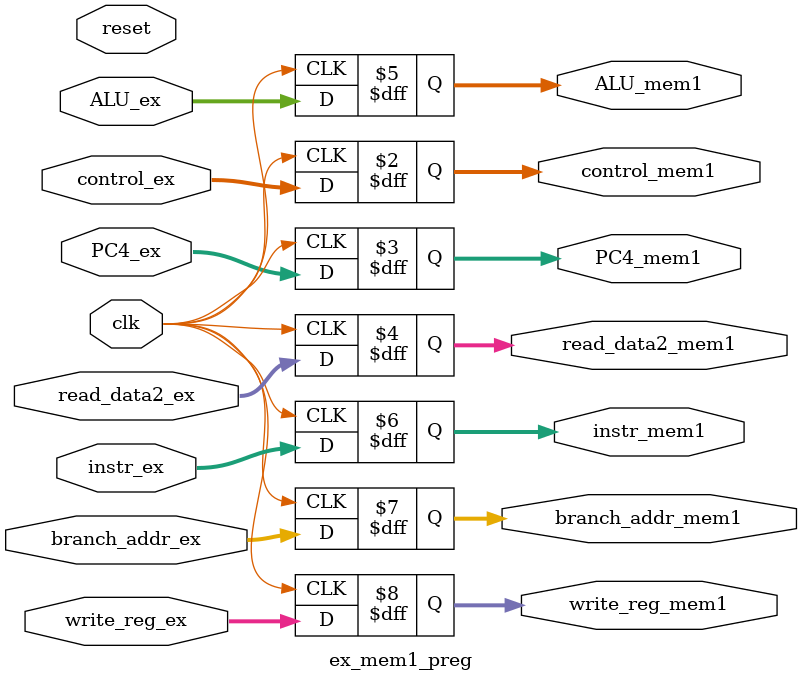
<source format=sv>
`include "riscv32_starter.sv"
module ex_mem1_preg(clk, reset, control_ex, ALU_ex, write_reg_ex, PC4_ex, read_data2_ex, instr_ex, branch_addr_ex, //opcode_ex,
											control_mem1, ALU_mem1, write_reg_mem1, PC4_mem1, read_data2_mem1, instr_mem1, branch_addr_mem1); //opcode_mem1);
	input logic clk, reset;
	input logic [31:0] control_ex, PC4_ex, read_data2_ex, ALU_ex, instr_ex, branch_addr_ex;
	input logic [4:0] write_reg_ex;
	//input opcode_q opcode_ex;
	
	output logic [31:0] control_mem1, PC4_mem1, read_data2_mem1, ALU_mem1, instr_mem1, branch_addr_mem1;
	output logic [4:0] write_reg_mem1;
	//output opcode_q opcode_mem1;
	
	always @(posedge clk) begin
		instr_mem1 <= instr_ex;
		control_mem1 <= control_ex;
		read_data2_mem1 <= read_data2_ex;
		PC4_mem1 <= PC4_ex;
		write_reg_mem1 <= write_reg_ex;
		ALU_mem1 <= ALU_ex; 
		branch_addr_mem1 <= branch_addr_ex;
		//opcode_mem1 <= opcode_ex;
	end
endmodule
		
	
</source>
